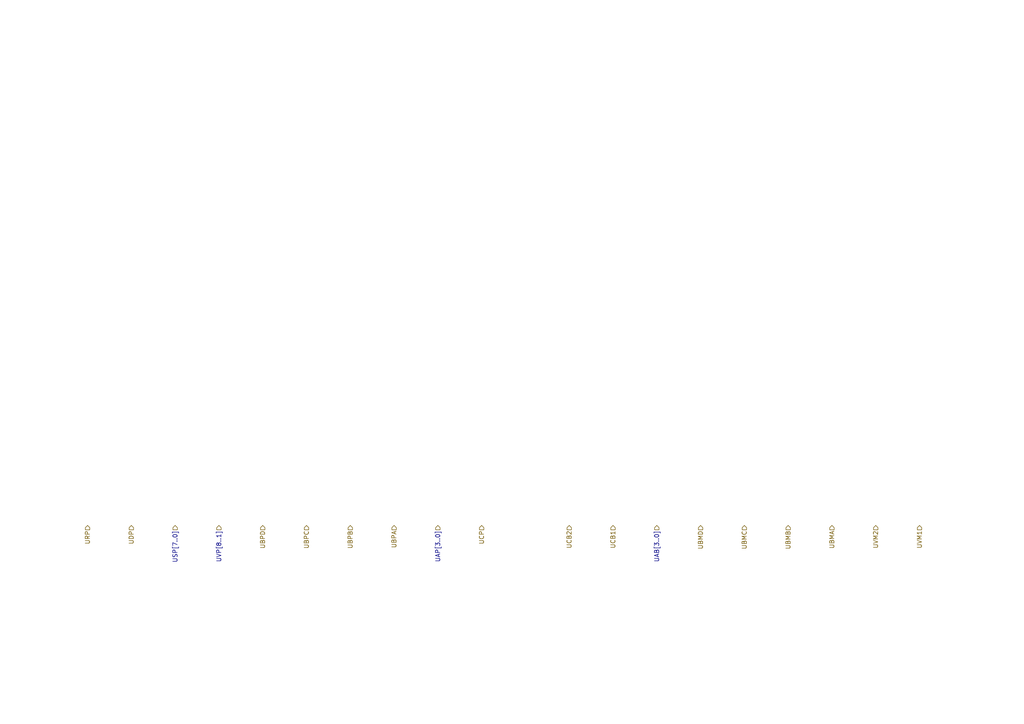
<source format=kicad_sch>
(kicad_sch (version 20211123) (generator eeschema)

  (uuid 7ba7daa4-230c-4357-be08-38d1bd2ab3ff)

  (paper "A4")

  (title_block
    (title "dma_pointers")
    (date "2024-02-11")
    (rev "1")
    (company "Commodore")
    (comment 5 "bus: UAP[3:0] UAB[3:0] UVP[8:1] USP[7:0] DB[15:0]")
  )

  (lib_symbols
  )


  (hierarchical_label "UBPC" (shape input) (at 88.9 152.4 270)
    (effects (font (size 1.27 1.27)) (justify right))
    (uuid 199ab80d-3838-4007-a23e-ca73b7c4d4ad)
  )
  (hierarchical_label "URP" (shape input) (at 25.4 152.4 270)
    (effects (font (size 1.27 1.27)) (justify right))
    (uuid 1dab69cf-ab3e-42f3-ac97-d9882cdd2527)
  )
  (hierarchical_label "UCB2" (shape input) (at 165.1 152.4 270)
    (effects (font (size 1.27 1.27)) (justify right))
    (uuid 29aa4dfd-25c0-47a7-a018-e3b1b5a647af)
  )
  (hierarchical_label "UBPD" (shape input) (at 76.2 152.4 270)
    (effects (font (size 1.27 1.27)) (justify right))
    (uuid 3ec57bc7-03f6-45a9-b3bc-cfd9e9ac0924)
  )
  (hierarchical_label "UDP" (shape input) (at 38.1 152.4 270)
    (effects (font (size 1.27 1.27)) (justify right))
    (uuid 5e074ad7-5e64-4bb7-8bdd-a13bbf86fc36)
  )
  (hierarchical_label "UAP[3..0]" (shape input) (at 127 152.4 270)
    (effects (font (size 1.27 1.27)) (justify right))
    (uuid 6fd5cf38-1080-4bbc-9557-0f63d611bca1)
  )
  (hierarchical_label "UBPA" (shape input) (at 114.3 152.4 270)
    (effects (font (size 1.27 1.27)) (justify right))
    (uuid 7794bf1e-0d19-4db6-a2e4-e3b1f33c0b45)
  )
  (hierarchical_label "UCB1" (shape input) (at 177.8 152.4 270)
    (effects (font (size 1.27 1.27)) (justify right))
    (uuid 7af8e7d1-cc58-4a17-92d8-c734a02095ca)
  )
  (hierarchical_label "USP[7..0]" (shape input) (at 50.8 152.4 270)
    (effects (font (size 1.27 1.27)) (justify right))
    (uuid 80b5633c-ab0b-4b51-b6b4-5b8e5be51508)
  )
  (hierarchical_label "UCP" (shape input) (at 139.7 152.4 270)
    (effects (font (size 1.27 1.27)) (justify right))
    (uuid 969c8eeb-1e67-4ba1-9a78-e825ad90ee33)
  )
  (hierarchical_label "UBMC" (shape input) (at 215.9 152.4 270)
    (effects (font (size 1.27 1.27)) (justify right))
    (uuid 9b396fbe-bb05-489e-9a48-2f5a3aa5e651)
  )
  (hierarchical_label "UAB[3..0]" (shape input) (at 190.5 152.4 270)
    (effects (font (size 1.27 1.27)) (justify right))
    (uuid a934f617-02a8-4fee-a111-a0c45ad31472)
  )
  (hierarchical_label "UBMB" (shape input) (at 228.6 152.4 270)
    (effects (font (size 1.27 1.27)) (justify right))
    (uuid ac949a85-0247-42f4-986e-068557028aff)
  )
  (hierarchical_label "UVP[8..1]" (shape input) (at 63.5 152.4 270)
    (effects (font (size 1.27 1.27)) (justify right))
    (uuid bcc29852-e15b-4ccc-92a2-4ee2f94daba7)
  )
  (hierarchical_label "UBMD" (shape input) (at 203.2 152.4 270)
    (effects (font (size 1.27 1.27)) (justify right))
    (uuid bde09b37-e6b3-4efb-a903-46b16ff07e1d)
  )
  (hierarchical_label "UBMA" (shape input) (at 241.3 152.4 270)
    (effects (font (size 1.27 1.27)) (justify right))
    (uuid c0a3883c-8e7d-4374-ad23-0cb5faf79f2b)
  )
  (hierarchical_label "UBPB" (shape input) (at 101.6 152.4 270)
    (effects (font (size 1.27 1.27)) (justify right))
    (uuid c36e6345-80dd-4e62-b8cb-9dfdfae9f72f)
  )
  (hierarchical_label "UVM2" (shape input) (at 254 152.4 270)
    (effects (font (size 1.27 1.27)) (justify right))
    (uuid ec1f9f72-790b-45ea-923a-f08f4b97376c)
  )
  (hierarchical_label "UVM1" (shape input) (at 266.7 152.4 270)
    (effects (font (size 1.27 1.27)) (justify right))
    (uuid f1c434d8-19f9-47fb-a833-a0815e220f63)
  )
)

</source>
